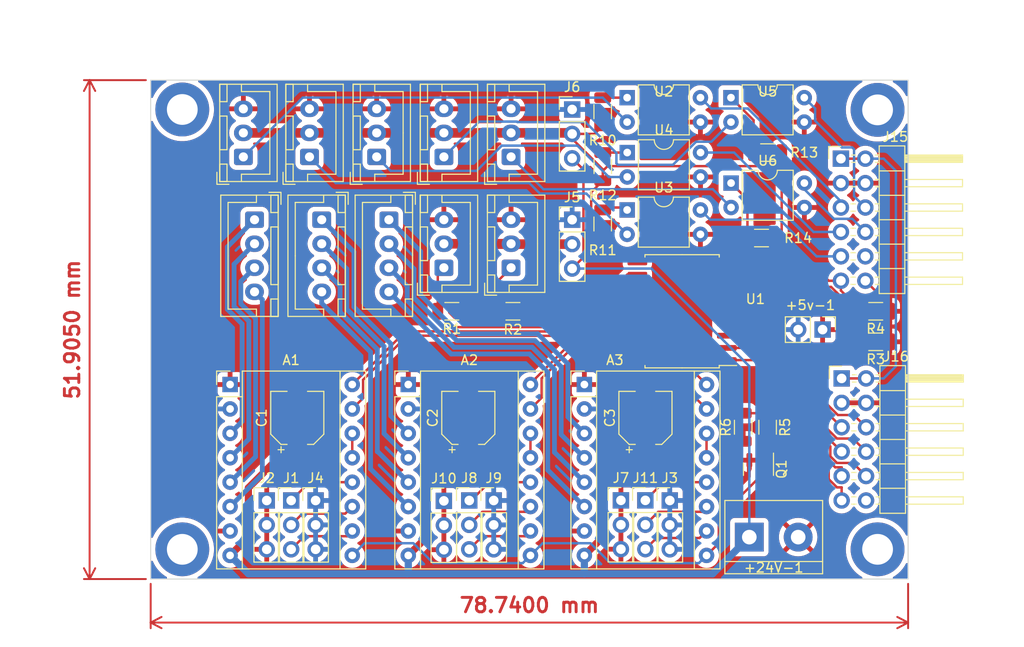
<source format=kicad_pcb>
(kicad_pcb (version 20221018) (generator pcbnew)
  (layers (0 "F.Cu" signal) (31 "B.Cu" signal) (34 "B.Paste" user) (35 "F.Paste" user) (36 "B.SilkS" user "B.Silkscreen") (37 "F.SilkS" user "F.Silkscreen") (38 "B.Mask" user) (39 "F.Mask" user) (44 "Edge.Cuts" user))
  (net 0 "")
  (net 1 "Net-(input1-Pin_1)")
  (net 2 "/input/power")
  (net 3 "gnd")
  (net 4 "Net-(input2-Pin_1)")
  (net 5 "Net-(input3-Pin_1)")
  (net 6 "Net-(input4-Pin_1)")
  (net 7 "Net-(input5-Pin_1)")
  (net 8 "12v")
  (net 9 "5v")
  (net 10 "Net-(R10-Pad1)")
  (net 11 "Net-(R11-Pad1)")
  (net 12 "Net-(R12-Pad1)")
  (net 13 "Net-(R13-Pad1)")
  (net 14 "Net-(R14-Pad1)")
  (net 15 "Net-(A1-1B)")
  (net 16 "Net-(A1-1A)")
  (net 17 "Net-(A1-2A)")
  (net 18 "Net-(A1-2B)")
  (net 19 "Net-(A1-MS1)")
  (net 20 "Net-(A1-MS2)")
  (net 21 "Net-(A1-MS3)")
  (net 22 "Net-(A1-~{RESET})")
  (net 23 "Net-(A2-1B)")
  (net 24 "Net-(A2-1A)")
  (net 25 "Net-(A2-2A)")
  (net 26 "Net-(A2-2B)")
  (net 27 "Net-(A2-MS1)")
  (net 28 "Net-(A2-MS2)")
  (net 29 "Net-(A2-MS3)")
  (net 30 "Net-(A2-~{RESET})")
  (net 31 "Net-(A3-1B)")
  (net 32 "Net-(A3-1A)")
  (net 33 "Net-(A3-2A)")
  (net 34 "Net-(A3-2B)")
  (net 35 "Net-(A3-MS1)")
  (net 36 "Net-(A3-MS2)")
  (net 37 "Net-(A3-MS3)")
  (net 38 "Net-(A3-~{RESET})")
  (net 41 "3v3")
  (net 42 "Net-(J5-Pin_2)")
  (net 43 "Net-(U1-O8)")
  (net 44 "Net-(Q1-B)")
  (net 46 "Net-(U1-O7)")
  (net 47 "in0")
  (net 48 "in1")
  (net 49 "in2")
  (net 50 "in3")
  (net 51 "in4")
  (net 52 "out1")
  (net 53 "/driver0/enable")
  (net 54 "/driver0/step")
  (net 55 "/driver0/dir")
  (net 56 "/driver1/dir")
  (net 57 "/driver1/step")
  (net 58 "/driver2/dir")
  (net 59 "/driver2/step")
  (net 60 "out0")
  (net 61 "step2")
  (net 62 "dir2")
  (net 63 "step1")
  (net 64 "dir1")
  (net 65 "step0")
  (net 66 "dir0")
  (net 67 "en")
  (footprint "Connector_JST:JST_XH_B4B-XH-A_1x04_P2.50mm_Vertical" (layer "F.Cu") (at 109.22 89.535 -90)
    (fp_text reference "stepper1" hide)
    (fp_text value "Conn_01x04" hide)
  )
  (footprint "Connector_JST:JST_XH_B4B-XH-A_1x04_P2.50mm_Vertical" (layer "F.Cu") (at 116.205 89.535 -90)
    (fp_text reference "stepper2" hide)
    (fp_text value "Conn_01x04" hide)
  )
  (footprint "MountingHole:MountingHole_3.2mm_M3_DIN965_Pad_TopBottom" (layer "F.Cu") (at 167.005 123.825)
    (fp_text reference "H4" hide)
    (fp_text value "MountingHole" hide)
  )
  (footprint "MountingHole:MountingHole_3.2mm_M3_DIN965_Pad_TopBottom" (layer "F.Cu") (at 167.005 78.105)
    (fp_text reference "H3" hide)
    (fp_text value "MountingHole" hide)
  )
  (footprint "Module:Pololu_Breakout-16_15.2x20.3mm" (layer "F.Cu") (at 118.22 106.68)
    (fp_text reference "A2")
    (fp_text value "Pololu_Breakout_A4988" hide)
  )
  (footprint "Package_DIP:DIP-4_W7.62mm" (layer "F.Cu") (at 151.765 76.835)
    (fp_text reference "U5")
    (fp_text value "PC817")
  )
  (footprint "Connector_PinHeader_2.54mm:PinHeader_1x03_P2.54mm_Vertical" (layer "F.Cu") (at 145.405 118.745)
    (fp_text reference "J3")
    (fp_text value "Conn_01x03" hide)
  )
  (footprint "Connector_PinHeader_2.54mm:PinHeader_1x03_P2.54mm_Vertical" (layer "F.Cu") (at 135.255 78.065)
    (fp_text reference "J6")
    (fp_text value "Conn_01x03" hide)
  )
  (footprint "MountingHole:MountingHole_3.2mm_M3_DIN965_Pad_TopBottom" (layer "F.Cu") (at 94.725 78.065)
    (fp_text reference "H1" hide)
    (fp_text value "MountingHole" hide)
  )
  (footprint "Connector_PinHeader_2.54mm:PinHeader_1x03_P2.54mm_Vertical" (layer "F.Cu") (at 142.865 118.73)
    (fp_text reference "J11")
    (fp_text value "Conn_01x03" hide)
  )
  (footprint "Module:Pololu_Breakout-16_15.2x20.3mm" (layer "F.Cu") (at 136.525 106.68)
    (fp_text reference "A3")
    (fp_text value "Pololu_Breakout_A4988" hide)
  )
  (footprint "Connector_JST:JST_XH_B3B-XH-A_1x03_P2.50mm_Vertical" (layer "F.Cu") (at 128.905 94.535 90)
    (fp_text reference "out2" hide)
    (fp_text value "Conn_01x03" hide)
  )
  (footprint "Connector_PinHeader_2.54mm:PinHeader_1x02_P2.54mm_Vertical" (layer "F.Cu") (at 161.29 100.965 -90)
    (fp_text reference "+5v-1")
    (fp_text value "Conn_01x02")
  )
  (footprint "Connector_PinHeader_2.54mm:PinHeader_1x03_P2.54mm_Vertical" (layer "F.Cu") (at 135.255 89.535)
    (fp_text reference "J5")
    (fp_text value "Conn_01x03" hide)
  )
  (footprint "Capacitor_SMD:CP_Elec_5x5.9" (layer "F.Cu") (at 124.46 110.15 90)
    (fp_text reference "C2")
    (fp_text value "C_Polarized" hide)
  )
  (footprint "Connector_JST:JST_XH_B3B-XH-A_1x03_P2.50mm_Vertical" (layer "F.Cu") (at 101.075 83 90)
    (fp_text reference "input1" hide)
    (fp_text value "Conn_01x03" hide)
  )
  (footprint "Package_DIP:DIP-4_W7.62mm" (layer "F.Cu") (at 140.97 88.515)
    (fp_text reference "U3")
    (fp_text value "PC817")
  )
  (footprint "Connector_PinHeader_2.54mm:PinHeader_1x03_P2.54mm_Vertical" (layer "F.Cu") (at 127.1 118.745)
    (fp_text reference "J9")
    (fp_text value "Conn_01x03" hide)
  )
  (footprint "MountingHole:MountingHole_3.2mm_M3_DIN965_Pad_TopBottom" (layer "F.Cu") (at 94.725 123.825)
    (fp_text reference "H2" hide)
    (fp_text value "MountingHole" hide)
  )
  (footprint "Capacitor_SMD:CP_Elec_5x5.9" (layer "F.Cu") (at 106.68 110.15 90)
    (fp_text reference "C1")
    (fp_text value "C_Polarized" hide)
  )
  (footprint "Connector_JST:JST_XH_B3B-XH-A_1x03_P2.50mm_Vertical" (layer "F.Cu") (at 107.95 83 90)
    (fp_text reference "input2" hide)
    (fp_text value "Conn_01x03" hide)
  )
  (footprint "Connector_JST:JST_XH_B3B-XH-A_1x03_P2.50mm_Vertical" (layer "F.Cu") (at 121.92 83 90)
    (fp_text reference "input4" hide)
    (fp_text value "Conn_01x03" hide)
  )
  (footprint "Connector_PinHeader_2.54mm:PinHeader_2x06_P2.54mm_Horizontal" (layer "F.Cu") (at 163.195 83.185)
    (fp_text reference "J15")
    (fp_text value "Conn_02x06_Odd_Even" hide)
  )
  (footprint "Package_TO_SOT_SMD:SOT-23" (layer "F.Cu") (at 154.625 115.4875 -90)
    (fp_text reference "Q1")
    (fp_text value "BC817")
  )
  (footprint "Connector_JST:JST_XH_B3B-XH-A_1x03_P2.50mm_Vertical" (layer "F.Cu") (at 114.935 83 90)
    (fp_text reference "input3" hide)
    (fp_text value "Conn_01x03" hide)
  )
  (footprint "Resistor_SMD:R_1206_3216Metric" (layer "F.Cu") (at 166.8125 99.06 180)
    (fp_text reference "R4")
    (fp_text value "R" hide)
  )
  (footprint "Package_DIP:DIP-4_W7.62mm" (layer "F.Cu") (at 140.97 76.835)
    (fp_text reference "U2")
    (fp_text value "PC817")
  )
  (footprint "Resistor_SMD:R_1206_3216Metric" (layer "F.Cu") (at 138.43 89.9775 -90)
    (fp_text reference "R11")
    (fp_text value "R" hide)
  )
  (footprint "Connector_PinHeader_2.54mm:PinHeader_1x03_P2.54mm_Vertical" (layer "F.Cu") (at 140.325 118.73)
    (fp_text reference "J7")
    (fp_text value "Conn_01x03" hide)
  )
  (footprint "Connector_PinHeader_2.54mm:PinHeader_1x03_P2.54mm_Vertical" (layer "F.Cu") (at 108.585 118.745)
    (fp_text reference "J4")
    (fp_text value "Conn_01x03" hide)
  )
  (footprint "Resistor_SMD:R_1206_3216Metric" (layer "F.Cu") (at 122.7475 99.06 180)
    (fp_text reference "R1")
    (fp_text value "R" hide)
  )
  (footprint "Connector_PinHeader_2.54mm:PinHeader_1x03_P2.54mm_Vertical" (layer "F.Cu") (at 106.045 118.745)
    (fp_text reference "J1")
    (fp_text value "Conn_01x03" hide)
  )
  (footprint "Package_DIP:DIP-4_W7.62mm" (layer "F.Cu") (at 140.98 82.545)
    (fp_text reference "U4")
    (fp_text value "PC817")
  )
  (footprint "Capacitor_SMD:CP_Elec_5x5.9" (layer "F.Cu") (at 142.875 110.15 90)
    (fp_text reference "C3")
    (fp_text value "C_Polarized" hide)
  )
  (footprint "Module:Pololu_Breakout-16_15.2x20.3mm" (layer "F.Cu") (at 99.695 106.68)
    (fp_text reference "A1")
    (fp_text value "Pololu_Breakout_A4988" hide)
  )
  (footprint "Connector_PinHeader_2.54mm:PinHeader_2x06_P2.54mm_Horizontal" (layer "F.Cu") (at 163.27 106.045)
    (fp_text reference "J16")
    (fp_text value "Conn_02x06_Odd_Even" hide)
  )
  (footprint "Resistor_SMD:R_1206_3216Metric" (layer "F.Cu") (at 155.575 82.55)
    (fp_text reference "R13")
    (fp_text value "R" hide)
  )
  (footprint "Package_SO:SOIC-18W_7.5x11.6mm_P1.27mm" (layer "F.Cu") (at 146.685 99.06 180)
    (fp_text reference "U1")
    (fp_text value "ULN2803A" hide)
  )
  (footprint "Connector_JST:JST_XH_B4B-XH-A_1x04_P2.50mm_Vertical" (layer "F.Cu") (at 102.235 89.535 -90)
    (fp_text reference "stepper4" hide)
    (fp_text value "Conn_01x04" hide)
  )
  (footprint "TerminalBlock:TerminalBlock_bornier-2_P5.08mm" (layer "F.Cu") (at 153.67 122.555)
    (fp_text reference "+24V-1")
    (fp_text value "Screw_Terminal_01x02" hide)
  )
  (footprint "Resistor_SMD:R_1206_3216Metric" (layer "F.Cu") (at 138.43 78.2975 -90)
    (fp_text reference "R10")
    (fp_text value "R" hide)
  )
  (footprint "Connector_PinHeader_2.54mm:PinHeader_1x03_P2.54mm_Vertical" (layer "F.Cu") (at 103.505 118.745)
    (fp_text reference "J2")
    (fp_text value "Conn_01x03" hide)
  )
  (footprint "Connector_JST:JST_XH_B3B-XH-A_1x03_P2.50mm_Vertical" (layer "F.Cu") (at 128.905 83 90)
    (fp_text reference "input5" hide)
    (fp_text value "Conn_01x03" hide)
  )
  (footprint "Resistor_SMD:R_1206_3216Metric" (layer "F.Cu") (at 129.0975 99.06)
    (fp_text reference "R2")
    (fp_text value "R" hide)
  )
  (footprint "Resistor_SMD:R_1206_3216Metric" (layer "F.Cu") (at 166.8125 102.235 180)
    (fp_text reference "R3")
    (fp_text value "R" hide)
  )
  (footprint "Package_DIP:DIP-4_W7.62mm" (layer "F.Cu") (at 151.775 85.72)
    (fp_text reference "U6")
    (fp_text value "PC817")
  )
  (footprint "Connector_JST:JST_XH_B3B-XH-A_1x03_P2.50mm_Vertical" (layer "F.Cu") (at 121.92 94.535 90)
    (fp_text reference "out1" hide)
    (fp_text value "Conn_01x03" hide)
  )
  (footprint "Resistor_SMD:R_1206_3216Metric" (layer "F.Cu") (at 155.575 111.125 -90)
    (fp_text reference "R5")
    (fp_text value "R")
  )
  (footprint "Resistor_SMD:R_1206_3216Metric" (layer "F.Cu") (at 138.44 84.0075 -90)
    (fp_text reference "R12")
    (fp_text value "R" hide)
  )
  (footprint "Resistor_SMD:R_1206_3216Metric" (layer "F.Cu") (at 154.94 91.44)
    (fp_text reference "R14")
    (fp_text value "R" hide)
  )
  (footprint "Connector_PinHeader_2.54mm:PinHeader_1x03_P2.54mm_Vertical" (layer "F.Cu") (at 124.56 118.745)
    (fp_text reference "J8")
    (fp_text value "Conn_01x03" hide)
  )
  (footprint "Resistor_SMD:R_1206_3216Metric" (layer "F.Cu") (at 153.035 111.125 90)
    (fp_text reference "R6")
    (fp_text value "R")
  )
  (footprint "Connector_PinHeader_2.54mm:PinHeader_1x03_P2.54mm_Vertical" (layer "F.Cu") (at 121.92 118.785)
    (fp_text reference "J10")
    (fp_text value "Conn_01x03" hide)
  )
  (gr_rect (start 91.44 75.0125) (end 170.18 126.9175) (stroke (width 0.1)) (fill none) (layer "Edge.Cuts"))
  (dimension (type aligned) (layer "F.Cu") (pts (xy 91.44 126.9175) (xy 170.18 126.9175)) (height 4.5275) (gr_text "78,7400 mm" (at 130.81 129.645) (layer "F.Cu") (effects (font (size 1.5 1.5) (thickness 0.3)))) (format (prefix "") (suffix "") (units 3) (units_format 1) (precision 4)) (style (thickness 0.2) (arrow_length 1.27) (text_position_mode 0) (extension_height 0.58642) (extension_offset 0.5) keep_text_aligned))
  (dimension (type aligned) (layer "F.Cu") (pts (xy 91.44 126.9175) (xy 91.44 75.0125)) (height -6.35) (gr_text "51,9050 mm" (at 83.29 100.965 90) (layer "F.Cu") (effects (font (size 1.5 1.5) (thickness 0.3)))) (format (prefix "") (suffix "") (units 3) (units_format 1) (precision 4)) (style (thickness 0.2) (arrow_length 1.27) (text_position_mode 0) (extension_height 0.58642) (extension_offset 0.5) keep_text_aligned))
  (segment (start 129.526701 76.835) (end 138.43 76.835) (width 0.25) (layer "B.Cu") (net 1))
  (segment (start 107.25 76.825) (end 129.516701 76.825) (width 0.25) (layer "B.Cu") (net 1))
  (segment (start 138.43 76.835) (end 140.97 79.375) (width 0.25) (layer "B.Cu") (net 1))
  (segment (start 129.516701 76.825) (end 129.526701 76.835) (width 0.25) (layer "B.Cu") (net 1))
  (segment (start 101.075 83) (end 107.25 76.825) (width 0.25) (layer "B.Cu") (net 1))
  (segment (start 157.0375 90.805) (end 157.0375 82.55) (width 0.25) (layer "F.Cu") (net 2))
  (segment (start 138.44 84.455) (end 138.44 84.295673) (width 0.25) (layer "F.Cu") (net 2))
  (segment (start 138.44 85.47) (end 138.44 84.455) (width 0.25) (layer "F.Cu") (net 2))
  (segment (start 101.075 80.5) (end 135.15 80.5) (width 1) (layer "F.Cu") (net 2))
  (segment (start 157.0375 82.55) (end 155.6275 83.96) (width 0.25) (layer "F.Cu") (net 2))
  (segment (start 138.935 83.96) (end 138.44 84.455) (width 0.25) (layer "F.Cu") (net 2))
  (segment (start 138.43 79.76) (end 137.585 80.605) (width 0.25) (layer "F.Cu") (net 2))
  (segment (start 135.255 81.110673) (end 135.255 80.605) (width 0.25) (layer "F.Cu") (net 2))
  (segment (start 138.43 91.44) (end 137.23 90.24) (width 0.25) (layer "F.Cu") (net 2))
  (segment (start 137.23 86.68) (end 138.44 85.47) (width 0.25) (layer "F.Cu") (net 2))
  (segment (start 156.4025 91.44) (end 157.0375 90.805) (width 0.25) (layer "F.Cu") (net 2))
  (segment (start 138.44 84.295673) (end 135.255 81.110673) (width 0.25) (layer "F.Cu") (net 2))
  (segment (start 137.585 80.605) (end 135.255 80.605) (width 0.25) (layer "F.Cu") (net 2))
  (segment (start 155.6275 83.96) (end 138.935 83.96) (width 0.25) (layer "F.Cu") (net 2))
  (segment (start 137.23 90.24) (end 137.23 86.68) (width 0.25) (layer "F.Cu") (net 2))
  (segment (start 135.15 80.5) (end 135.255 80.605) (width 0.25) (layer "F.Cu") (net 2))
  (segment (start 110.675 85.725) (end 130.81 85.725) (width 0.25) (layer "B.Cu") (net 4))
  (segment (start 130.81 85.725) (end 131.895 86.81) (width 0.25) (layer "B.Cu") (net 4))
  (segment (start 136.725 86.81) (end 140.97 91.055) (width 0.25) (layer "B.Cu") (net 4))
  (segment (start 131.895 86.81) (end 136.725 86.81) (width 0.25) (layer "B.Cu") (net 4))
  (segment (start 107.95 83) (end 110.675 85.725) (width 0.25) (layer "B.Cu") (net 4))
  (segment (start 140.975 85.09) (end 140.98 85.085) (width 0.25) (layer "B.Cu") (net 5))
  (segment (start 125.311827 84.455) (end 127.941827 81.825) (width 0.25) (layer "B.Cu") (net 5))
  (segment (start 127.941827 81.825) (end 135.8 81.825) (width 0.25) (layer "B.Cu") (net 5))
  (segment (start 114.935 83) (end 116.39 84.455) (width 0.25) (layer "B.Cu") (net 5))
  (segment (start 116.39 84.455) (end 125.311827 84.455) (width 0.25) (layer "B.Cu") (net 5))
  (segment (start 139.065 85.09) (end 140.975 85.09) (width 0.25) (layer "B.Cu") (net 5))
  (segment (start 135.8 81.825) (end 139.065 85.09) (width 0.25) (layer "B.Cu") (net 5))
  (segment (start 125.595 79.325) (end 129.516701 79.325) (width 0.25) (layer "B.Cu") (net 6))
  (segment (start 140.005 83.82) (end 145.734009 83.82) (width 0.25) (layer "B.Cu") (net 6))
  (segment (start 149.72 81.42) (end 151.765 79.375) (width 0.25) (layer "B.Cu") (net 6))
  (segment (start 145.734009 83.82) (end 148.134009 81.42) (width 0.25) (layer "B.Cu") (net 6))
  (segment (start 129.516701 79.325) (end 129.566701 79.375) (width 0.25) (layer "B.Cu") (net 6))
  (segment (start 139.855 83.67) (end 140.005 83.82) (width 0.25) (layer "B.Cu") (net 6))
  (segment (start 129.566701 79.375) (end 136.635 79.375) (width 0.25) (layer "B.Cu") (net 6))
  (segment (start 139.855 82.595) (end 139.855 83.67) (width 0.25) (layer "B.Cu") (net 6))
  (segment (start 121.92 83) (end 125.595 79.325) (width 0.25) (layer "B.Cu") (net 6))
  (segment (start 148.134009 81.42) (end 149.72 81.42) (width 0.25) (layer "B.Cu") (net 6))
  (segment (start 136.635 79.375) (end 139.855 82.595) (width 0.25) (layer "B.Cu") (net 6))
  (segment (start 149.875 86.36) (end 151.775 88.26) (width 0.25) (layer "B.Cu") (net 7))
  (segment (start 132.265 86.36) (end 149.875 86.36) (width 0.25) (layer "B.Cu") (net 7))
  (segment (start 128.905 83) (end 132.265 86.36) (width 0.25) (layer "B.Cu") (net 7))
  (segment (start 138.43 122.555) (end 136.525 124.46) (width 0.75) (layer "F.Cu") (net 8))
  (segment (start 101.6 117.43) (end 101.6 122.555) (width 0.75) (layer "F.Cu") (net 8))
  (segment (start 136.43 84.32) (end 136.43 93.44) (width 0.25) (layer "F.Cu") (net 8))
  (segment (start 120.015 116.795) (end 120.015 122.665) (width 0.75) (layer "F.Cu") (net 8))
  (segment (start 120.015 122.665) (end 118.22 124.46) (width 0.75) (layer "F.Cu") (net 8))
  (segment (start 135.255 83.145) (end 136.43 84.32) (width 0.25) (layer "F.Cu") (net 8))
  (segment (start 142.875 112.35) (end 138.43 116.795) (width 0.75) (layer "F.Cu") (net 8))
  (segment (start 136.43 93.44) (end 135.255 94.615) (width 0.25) (layer "F.Cu") (net 8))
  (segment (start 106.68 112.35) (end 101.6 117.43) (width 0.75) (layer "F.Cu") (net 8))
  (segment (start 124.46 112.35) (end 120.015 116.795) (width 0.75) (layer "F.Cu") (net 8))
  (segment (start 101.6 122.555) (end 99.695 124.46) (width 0.75) (layer "F.Cu") (net 8))
  (segment (start 138.43 116.795) (end 138.43 122.555) (width 0.75) (layer "F.Cu") (net 8))
  (segment (start 149.86 126.365) (end 136.525 126.365) (width 0.75) (layer "B.Cu") (net 8))
  (segment (start 101.6 126.365) (end 99.695 124.46) (width 0.75) (layer "B.Cu") (net 8))
  (segment (start 153.67 122.555) (end 149.86 126.365) (width 0.75) (layer "B.Cu") (net 8))
  (segment (start 118.22 126.255) (end 118.22 124.46) (width 0.75) (layer "B.Cu") (net 8))
  (segment (start 153.67 104.775) (end 153.67 122.555) (width 0.25) (layer "B.Cu") (net 8))
  (segment (start 118.11 126.365) (end 101.6 126.365) (width 0.75) (layer "B.Cu") (net 8))
  (segment (start 136.525 126.365) (end 118.11 126.365) (width 0.75) (layer "B.Cu") (net 8))
  (segment (start 118.11 126.365) (end 118.22 126.255) (width 0.25) (layer "B.Cu") (net 8))
  (segment (start 136.525 126.365) (end 136.525 124.46) (width 0.75) (layer "B.Cu") (net 8))
  (segment (start 135.255 94.615) (end 143.51 94.615) (width 0.25) (layer "B.Cu") (net 8))
  (segment (start 143.51 94.615) (end 153.67 104.775) (width 0.25) (layer "B.Cu") (net 8))
  (segment (start 140.97 76.835) (end 138.43 76.835) (width 0.25) (layer "F.Cu") (net 10))
  (segment (start 138.43 88.265) (end 140.97 88.265) (width 0.25) (layer "F.Cu") (net 11))
  (segment (start 138.43 82.55) (end 140.97 82.55) (width 0.25) (layer "F.Cu") (net 12))
  (segment (start 154.1125 79.1825) (end 154.1125 82.55) (width 0.25) (layer "F.Cu") (net 13))
  (segment (start 151.765 76.835) (end 154.1125 79.1825) (width 0.25) (layer "F.Cu") (net 13))
  (segment (start 153.4775 87.4225) (end 153.4775 91.44) (width 0.25) (layer "F.Cu") (net 14))
  (segment (start 151.775 85.72) (end 153.4775 87.4225) (width 0.25) (layer "F.Cu") (net 14))
  (segment (start 100.945 110.51) (end 100.945 100.3849) (width 0.5) (layer "B.Cu") (net 15))
  (segment (start 99.695 111.76) (end 100.945 110.51) (width 0.5) (layer "B.Cu") (net 15))
  (segment (start 99.41 98.849899) (end 99.41 92.36) (width 0.5) (layer "B.Cu") (net 15))
  (segment (start 99.41 92.36) (end 102.235 89.535) (width 0.5) (layer "B.Cu") (net 15))
  (segment (start 100.945 100.3849) (end 99.41 98.849899) (width 0.5) (layer "B.Cu") (net 15))
  (segment (start 101.645 112.35) (end 101.645 100.09495) (width 0.5) (layer "B.Cu") (net 16))
  (segment (start 99.695 114.3) (end 101.645 112.35) (width 0.5) (layer "B.Cu") (net 16))
  (segment (start 100.11 94.16) (end 102.235 92.035) (width 0.5) (layer "B.Cu") (net 16))
  (segment (start 101.645 100.09495) (end 100.11 98.55995) (width 0.5) (layer "B.Cu") (net 16))
  (segment (start 100.11 98.55995) (end 100.11 94.16) (width 0.5) (layer "B.Cu") (net 16))
  (segment (start 100.81 95.96) (end 102.235 94.535) (width 0.5) (layer "B.Cu") (net 17))
  (segment (start 102.345 114.19) (end 102.345 99.805) (width 0.5) (layer "B.Cu") (net 17))
  (segment (start 100.81 98.27) (end 100.81 95.96) (width 0.5) (layer "B.Cu") (net 17))
  (segment (start 99.695 116.84) (end 102.345 114.19) (width 0.5) (layer "B.Cu") (net 17))
  (segment (start 102.345 99.805) (end 100.81 98.27) (width 0.5) (layer "B.Cu") (net 17))
  (segment (start 103.045 116.03) (end 103.045 97.845) (width 0.5) (layer "B.Cu") (net 18))
  (segment (start 99.695 119.38) (end 103.045 116.03) (width 0.5) (layer "B.Cu") (net 18))
  (segment (start 103.045 97.845) (end 102.235 97.035) (width 0.5) (layer "B.Cu") (net 18))
  (segment (start 107.41 122.46) (end 106.045 123.825) (width 0.25) (layer "F.Cu") (net 19))
  (segment (start 111.855 122.46) (end 107.41 122.46) (width 0.25) (layer "F.Cu") (net 19))
  (segment (start 112.395 121.92) (end 111.855 122.46) (width 0.25) (layer "F.Cu") (net 19))
  (segment (start 112.395 119.38) (end 111.665 120.11) (width 0.25) (layer "F.Cu") (net 20))
  (segment (start 107.22 120.11) (end 106.045 121.285) (width 0.25) (layer "F.Cu") (net 20))
  (segment (start 111.665 120.11) (end 107.22 120.11) (width 0.25) (layer "F.Cu") (net 20))
  (segment (start 107.95 116.84) (end 106.045 118.745) (width 0.25) (layer "F.Cu") (net 21))
  (segment (start 112.395 116.84) (end 107.95 116.84) (width 0.25) (layer "F.Cu") (net 21))
  (segment (start 112.395 111.76) (end 112.395 114.3) (width 0.25) (layer "F.Cu") (net 22))
  (segment (start 112.572475 98.602475) (end 112.572475 92.887475) (width 0.5) (layer "B.Cu") (net 23))
  (segment (start 116.4 109.94) (end 116.4 102.43) (width 0.5) (layer "B.Cu") (net 23))
  (segment (start 112.572475 92.887475) (end 109.22 89.535) (width 0.5) (layer "B.Cu") (net 23))
  (segment (start 118.22 111.76) (end 116.4 109.94) (width 0.5) (layer "B.Cu") (net 23))
  (segment (start 116.4 102.43) (end 112.572475 98.602475) (width 0.5) (layer "B.Cu") (net 23))
  (segment (start 111.825 94.64) (end 109.22 92.035) (width 0.5) (layer "B.Cu") (net 24))
  (segment (start 115.7 111.78) (end 115.7 102.71995) (width 0.5) (layer "B.Cu") (net 24))
  (segment (start 118.22 114.3) (end 115.7 111.78) (width 0.5) (layer "B.Cu") (net 24))
  (segment (start 111.825 98.84495) (end 111.825 94.64) (width 0.5) (layer "B.Cu") (net 24))
  (segment (start 115.7 102.71995) (end 111.825 98.84495) (width 0.5) (layer "B.Cu") (net 24))
  (segment (start 111.125 99.134899) (end 111.125 96.44) (width 0.5) (layer "B.Cu") (net 25))
  (segment (start 115.045 113.665) (end 115 113.665) (width 0.5) (layer "B.Cu") (net 25))
  (segment (start 111.125 96.44) (end 109.22 94.535) (width 0.5) (layer "B.Cu") (net 25))
  (segment (start 115 103.0099) (end 111.125 99.134899) (width 0.5) (layer "B.Cu") (net 25))
  (segment (start 118.22 116.84) (end 115.045 113.665) (width 0.5) (layer "B.Cu") (net 25))
  (segment (start 115 113.665) (end 115 103.0099) (width 0.5) (layer "B.Cu") (net 25))
  (segment (start 118.22 119.38) (end 114.3 115.46) (width 0.5) (layer "B.Cu") (net 26))
  (segment (start 109.22 98.21985) (end 109.22 97.035) (width 0.5) (layer "B.Cu") (net 26))
  (segment (start 114.3 103.29985) (end 109.22 98.21985) (width 0.5) (layer "B.Cu") (net 26))
  (segment (start 114.3 115.46) (end 114.3 103.29985) (width 0.5) (layer "B.Cu") (net 26))
  (segment (start 130.92 121.92) (end 130.38 122.46) (width 0.25) (layer "F.Cu") (net 27))
  (segment (start 125.925 122.46) (end 124.56 123.825) (width 0.25) (layer "F.Cu") (net 27))
  (segment (start 130.38 122.46) (end 125.925 122.46) (width 0.25) (layer "F.Cu") (net 27))
  (segment (start 130.38 119.92) (end 125.925 119.92) (width 0.25) (layer "F.Cu") (net 28))
  (segment (start 125.925 119.92) (end 124.56 121.285) (width 0.25) (layer "F.Cu") (net 28))
  (segment (start 130.92 119.38) (end 130.38 119.92) (width 0.25) (layer "F.Cu") (net 28))
  (segment (start 130.92 116.84) (end 126.655 116.84) (width 0.25) (layer "F.Cu") (net 29))
  (segment (start 126.655 116.84) (end 124.75 118.745) (width 0.25) (layer "F.Cu") (net 29))
  (segment (start 130.92 111.76) (end 130.92 114.3) (width 0.25) (layer "F.Cu") (net 30))
  (segment (start 119.51 92.84) (end 116.205 89.535) (width 0.5) (layer "B.Cu") (net 31))
  (segment (start 131.679847 101.405) (end 123.54485 101.405) (width 0.5) (layer "B.Cu") (net 31))
  (segment (start 136.525 111.76) (end 134.815 110.05) (width 0.5) (layer "B.Cu") (net 31))
  (segment (start 134.815 110.05) (end 134.815 104.54015) (width 0.5) (layer "B.Cu") (net 31))
  (segment (start 123.54485 101.405) (end 119.51 97.37015) (width 0.5) (layer "B.Cu") (net 31))
  (segment (start 134.815 104.54015) (end 131.679847 101.405) (width 0.5) (layer "B.Cu") (net 31))
  (segment (start 119.51 97.37015) (end 119.51 92.84) (width 0.5) (layer "B.Cu") (net 31))
  (segment (start 131.389898 102.105) (end 123.2549 102.105) (width 0.5) (layer "B.Cu") (net 32))
  (segment (start 118.81 94.64) (end 116.205 92.035) (width 0.5) (layer "B.Cu") (net 32))
  (segment (start 136.525 114.3) (end 134.115 111.89) (width 0.5) (layer "B.Cu") (net 32))
  (segment (start 134.115 111.89) (end 134.115 104.8301) (width 0.5) (layer "B.Cu") (net 32))
  (segment (start 123.2549 102.105) (end 118.81 97.6601) (width 0.5) (layer "B.Cu") (net 32))
  (segment (start 118.81 97.6601) (end 118.81 94.64) (width 0.5) (layer "B.Cu") (net 32))
  (segment (start 134.115 104.8301) (end 131.389898 102.105) (width 0.5) (layer "B.Cu") (net 32))
  (segment (start 122.96495 102.805) (end 118.11 97.95005) (width 0.5) (layer "B.Cu") (net 33))
  (segment (start 133.415 113.73) (end 133.415 105.12005) (width 0.5) (layer "B.Cu") (net 33))
  (segment (start 136.525 116.84) (end 133.415 113.73) (width 0.5) (layer "B.Cu") (net 33))
  (segment (start 133.415 105.12005) (end 131.099949 102.805) (width 0.5) (layer "B.Cu") (net 33))
  (segment (start 118.11 97.95005) (end 118.11 96.44) (width 0.5) (layer "B.Cu") (net 33))
  (segment (start 131.099949 102.805) (end 122.96495 102.805) (width 0.5) (layer "B.Cu") (net 33))
  (segment (start 118.11 96.44) (end 116.205 94.535) (width 0.5) (layer "B.Cu") (net 33))
  (segment (start 130.81 103.505) (end 122.675 103.505) (width 0.5) (layer "B.Cu") (net 34))
  (segment (start 136.525 119.38) (end 132.715 115.57) (width 0.5) (layer "B.Cu") (net 34))
  (segment (start 132.715 115.57) (end 132.715 105.41) (width 0.5) (layer "B.Cu") (net 34))
  (segment (start 132.715 105.41) (end 130.81 103.505) (width 0.5) (layer "B.Cu") (net 34))
  (segment (start 122.675 103.505) (end 116.205 97.035) (width 0.5) (layer "B.Cu") (net 34))
  (segment (start 148.495 122.65) (end 144.025 122.65) (width 0.25) (layer "F.Cu") (net 35))
  (segment (start 144.025 122.65) (end 142.865 123.81) (width 0.25) (layer "F.Cu") (net 35))
  (segment (start 149.225 121.92) (end 148.495 122.65) (width 0.25) (layer "F.Cu") (net 35))
  (segment (start 149.225 119.38) (end 148.685 119.92) (width 0.25) (layer "F.Cu") (net 36))
  (segment (start 148.685 119.92) (end 144.215 119.92) (width 0.25) (layer "F.Cu") (net 36))
  (segment (start 144.215 119.92) (end 142.865 121.27) (width 0.25) (layer "F.Cu") (net 36))
  (segment (start 149.225 116.84) (end 144.755 116.84) (width 0.25) (layer "F.Cu") (net 37))
  (segment (start 144.755 116.84) (end 142.865 118.73) (width 0.25) (layer "F.Cu") (net 37))
  (segment (start 149.225 111.76) (end 149.225 114.3) (width 0.25) (layer "F.Cu") (net 38))
  (segment (start 163.27 106.045) (end 165.81 106.045) (width 0.25) (layer "F.Cu") (net 41))
  (segment (start 163.195 83.185) (end 165.735 83.185) (width 0.25) (layer "F.Cu") (net 41))
  (segment (start 167.64 106.045) (end 168.91 104.775) (width 0.25) (layer "B.Cu") (net 41))
  (segment (start 165.81 106.045) (end 167.64 106.045) (width 0.25) (layer "B.Cu") (net 41))
  (segment (start 167.64 83.185) (end 165.735 83.185) (width 0.25) (layer "B.Cu") (net 41))
  (segment (start 168.91 104.775) (end 168.91 84.455) (width 0.25) (layer "B.Cu") (net 41))
  (segment (start 168.91 84.455) (end 167.64 83.185) (width 0.25) (layer "B.Cu") (net 41))
  (segment (start 124.46 92.035) (end 126.365 92.035) (width 1) (layer "F.Cu") (net 42))
  (segment (start 126.365 92.035) (end 129.073503 92.035) (width 1) (layer "F.Cu") (net 42))
  (segment (start 124.21 99.06) (end 124.21 92.285) (width 0.25) (layer "F.Cu") (net 42))
  (segment (start 126.405 92.075) (end 131.445 92.075) (width 1) (layer "F.Cu") (net 42))
  (segment (start 131.445 92.075) (end 135.255 92.075) (width 1) (layer "F.Cu") (net 42))
  (segment (start 126.365 92.035) (end 126.405 92.075) (width 1) (layer "F.Cu") (net 42))
  (segment (start 124.21 92.285) (end 124.46 92.035) (width 0.25) (layer "F.Cu") (net 42))
  (segment (start 130.56 99.06) (end 130.56 92.96) (width 0.25) (layer "F.Cu") (net 42))
  (segment (start 121.92 92.035) (end 124.46 92.035) (width 1) (layer "F.Cu") (net 42))
  (segment (start 130.56 92.96) (end 131.445 92.075) (width 0.25) (layer "F.Cu") (net 42))
  (segment (start 127.635 99.06) (end 127.635 95.805) (width 0.25) (layer "F.Cu") (net 43))
  (segment (start 140.968604 95.25) (end 135.958604 100.26) (width 0.25) (layer "F.Cu") (net 43))
  (segment (start 128.835 100.26) (end 127.635 99.06) (width 0.25) (layer "F.Cu") (net 43))
  (segment (start 135.958604 100.26) (end 128.835 100.26) (width 0.25) (layer "F.Cu") (net 43))
  (segment (start 127.635 95.805) (end 128.905 94.535) (width 0.25) (layer "F.Cu") (net 43))
  (segment (start 142.035 95.25) (end 140.968604 95.25) (width 0.25) (layer "F.Cu") (net 43))
  (segment (start 155.575 113.03) (end 155.575 114.55) (width 0.25) (layer "F.Cu") (net 44))
  (segment (start 136.145 100.71) (end 122.935 100.71) (width 0.25) (layer "F.Cu") (net 46))
  (segment (start 142.035 96.52) (end 140.335 96.52) (width 0.25) (layer "F.Cu") (net 46))
  (segment (start 122.935 100.71) (end 121.285 99.06) (width 0.25) (layer "F.Cu") (net 46))
  (segment (start 140.335 96.52) (end 136.145 100.71) (width 0.25) (layer "F.Cu") (net 46))
  (segment (start 121.285 95.17) (end 121.92 94.535) (width 0.25) (layer "F.Cu") (net 46))
  (segment (start 121.285 99.06) (end 121.285 95.17) (width 0.25) (layer "F.Cu") (net 46))
  (segment (start 153.525 77.96) (end 149.715 77.96) (width 0.25) (layer "B.Cu") (net 47))
  (segment (start 163.195 88.265) (end 163.195 87.63) (width 0.25) (layer "B.Cu") (net 47))
  (segment (start 163.195 87.63) (end 153.525 77.96) (width 0.25) (layer "B.Cu") (net 47))
  (segment (start 149.715 77.96) (end 148.59 76.835) (width 0.25) (layer "B.Cu") (net 47))
  (segment (start 160.655 93.345) (end 156.845 89.535) (width 0.25) (layer "B.Cu") (net 48))
  (segment (start 156.845 89.535) (end 149.61 89.535) (width 0.25) (layer "B.Cu") (net 48))
  (segment (start 163.195 93.345) (end 160.655 93.345) (width 0.25) (layer "B.Cu") (net 48))
  (segment (start 149.61 89.535) (end 148.59 88.515) (width 0.25) (layer "B.Cu") (net 48))
  (segment (start 160.349009 90.805) (end 152.089009 82.545) (width 0.25) (layer "B.Cu") (net 49))
  (segment (start 152.089009 82.545) (end 148.6 82.545) (width 0.25) (layer "B.Cu") (net 49))
  (segment (start 163.195 90.805) (end 160.349009 90.805) (width 0.25) (layer "B.Cu") (net 49))
  (segment (start 165.735 88.265) (end 164.56 87.09) (width 0.25) (layer "B.Cu") (net 50))
  (segment (start 163.29 82.01) (end 160.51 79.23) (width 0.25) (layer "B.Cu") (net 50))
  (segment (start 164.37 82.01) (end 163.29 82.01) (width 0.25) (layer "B.Cu") (net 50))
  (segment (start 160.51 77.96) (end 159.385 76.835) (width 0.25) (layer "B.Cu") (net 50))
  (segment (start 164.56 87.09) (end 164.56 82.2) (width 0.25) (layer "B.Cu") (net 50))
  (segment (start 160.51 79.23) (end 160.51 77.96) (width 0.25) (layer "B.Cu") (net 50))
  (segment (start 164.56 82.2) (end 164.37 82.01) (width 0.25) (layer "B.Cu") (net 50))
  (segment (start 162.465 89.44) (end 159.395 86.37) (width 0.25) (layer "B.Cu") (net 51))
  (segment (start 165.735 90.805) (end 164.37 89.44) (width 0.25) (layer "B.Cu") (net 51))
  (segment (start 159.395 86.37) (end 159.395 85.72) (width 0.25) (layer "B.Cu") (net 51))
  (segment (start 164.37 89.44) (end 162.465 89.44) (width 0.25) (layer "B.Cu") (net 51))
  (segment (start 161.29 95.25) (end 151.335 95.25) (width 0.25) (layer "F.Cu") (net 52))
  (segment (start 165.35 99.06) (end 163.195 96.905) (width 0.25) (layer "F.Cu") (net 52))
  (segment (start 161.925 95.885) (end 161.29 95.25) (width 0.25) (layer "F.Cu") (net 52))
  (segment (start 163.195 96.905) (end 163.195 95.885) (width 0.25) (layer "F.Cu") (net 52))
  (segment (start 163.195 95.885) (end 161.925 95.885) (width 0.25) (layer "F.Cu") (net 52))
  (segment (start 150.495 123.19) (end 149.225 124.46) (width 0.25) (layer "F.Cu") (net 53))
  (segment (start 154.625 116.425) (end 150.495 120.555) (width 0.25) (layer "F.Cu") (net 53))
  (segment (start 150.495 120.555) (end 150.495 123.19) (width 0.25) (layer "F.Cu") (net 53))
  (segment (start 137.16 123.19) (end 132.19 123.19) (width 0.25) (layer "B.Cu") (net 53))
  (segment (start 113.665 123.19) (end 112.395 124.46) (width 0.25) (layer "B.Cu") (net 53))
  (segment (start 118.745 123.19) (end 113.665 123.19) (width 0.25) (layer "B.Cu") (net 53))
  (segment (start 132.19 123.19) (end 130.92 124.46) (width 0.25) (layer "B.Cu") (net 53))
  (segment (start 130.120001 125.259999) (end 120.814999 125.259999) (width 0.25) (layer "B.Cu") (net 53))
  (segment (start 148.425001 125.259999) (end 139.229999 125.259999) (width 0.25) (layer "B.Cu") (net 53))
  (segment (start 149.225 124.46) (end 148.425001 125.259999) (width 0.25) (layer "B.Cu") (net 53))
  (segment (start 130.92 124.46) (end 130.120001 125.259999) (width 0.25) (layer "B.Cu") (net 53))
  (segment (start 120.814999 125.259999) (end 118.745 123.19) (width 0.25) (layer "B.Cu") (net 53))
  (segment (start 139.229999 125.259999) (end 137.16 123.19) (width 0.25) (layer "B.Cu") (net 53))
  (segment (start 118.11 101.6) (end 113.52 106.19) (width 0.25) (layer "F.Cu") (net 54))
  (segment (start 113.52 108.095) (end 112.395 109.22) (width 0.25) (layer "F.Cu") (net 54))
  (segment (start 122.562208 101.61) (end 122.552208 101.6) (width 0.25) (layer "F.Cu") (net 54))
  (segment (start 122.552208 101.6) (end 118.11 101.6) (width 0.25) (layer "F.Cu") (net 54))
  (segment (start 139.067792 99.06) (end 136.517792 101.61) (width 0.25) (layer "F.Cu") (net 54))
  (segment (start 142.035 99.06) (end 139.067792 99.06) (width 0.25) (layer "F.Cu") (net 54))
  (segment (start 136.517792 101.61) (end 122.562208 101.61) (width 0.25) (layer "F.Cu") (net 54))
  (segment (start 113.52 106.19) (end 113.52 108.095) (width 0.25) (layer "F.Cu") (net 54))
  (segment (start 122.738604 101.15) (end 117.924302 101.15) (width 0.25) (layer "F.Cu") (net 55))
  (segment (start 142.035 97.79) (end 139.701396 97.79) (width 0.25) (layer "F.Cu") (net 55))
  (segment (start 117.924302 101.15) (end 112.395 106.679302) (width 0.25) (layer "F.Cu") (net 55))
  (segment (start 122.748604 101.16) (end 122.738604 101.15) (width 0.25) (layer "F.Cu") (net 55))
  (segment (start 136.331396 101.16) (end 122.748604 101.16) (width 0.25) (layer "F.Cu") (net 55))
  (segment (start 139.701396 97.79) (end 136.331396 101.16) (width 0.25) (layer "F.Cu") (net 55))
  (segment (start 112.395 106.679302) (end 112.395 106.68) (width 0.25) (layer "F.Cu") (net 55))
  (segment (start 131.445 106.043604) (end 131.445 106.155) (width 0.25) (layer "F.Cu") (net 56))
  (segment (start 131.445 106.155) (end 130.92 106.68) (width 0.25) (layer "F.Cu") (net 56))
  (segment (start 136.704188 102.06) (end 135.428604 102.06) (width 0.25) (layer "F.Cu") (net 56))
  (segment (start 135.428604 102.06) (end 131.445 106.043604) (width 0.25) (layer "F.Cu") (net 56))
  (segment (start 138.434188 100.33) (end 136.704188 102.06) (width 0.25) (layer "F.Cu") (net 56))
  (segment (start 142.035 100.33) (end 138.434188 100.33) (width 0.25) (layer "F.Cu") (net 56))
  (segment (start 132.08 106.045) (end 135.615 102.51) (width 0.25) (layer "F.Cu") (net 57))
  (segment (start 137.800584 101.6) (end 142.035 101.6) (width 0.25) (layer "F.Cu") (net 57))
  (segment (start 135.615 102.51) (end 136.890584 102.51) (width 0.25) (layer "F.Cu") (net 57))
  (segment (start 136.890584 102.51) (end 137.800584 101.6) (width 0.25) (layer "F.Cu") (net 57))
  (segment (start 132.08 108.06) (end 132.08 106.045) (width 0.25) (layer "F.Cu") (net 57))
  (segment (start 130.92 109.22) (end 132.08 108.06) (width 0.25) (layer "F.Cu") (net 57))
  (segment (start 145.415 102.87) (end 149.225 106.68) (width 0.25) (layer "F.Cu") (net 58))
  (segment (start 142.035 102.87) (end 145.415 102.87) (width 0.25) (layer "F.Cu") (net 58))
  (segment (start 146.685 106.68) (end 149.225 109.22) (width 0.25) (layer "F.Cu") (net 59))
  (segment (start 142.035 104.14) (end 144.78 104.14) (width 0.25) (layer "F.Cu") (net 59))
  (segment (start 144.78 104.14) (end 146.685 106.045) (width 0.25) (layer "F.Cu") (net 59))
  (segment (start 146.685 106.045) (end 146.685 106.68) (width 0.25) (layer "F.Cu") (net 59))
  (segment (start 163.83 98.176396) (end 162.745 97.091396) (width 0.25) (layer "F.Cu") (net 60))
  (segment (start 162.168299 96.52) (end 151.335 96.52) (width 0.25) (layer "F.Cu") (net 60))
  (segment (start 162.745 97.091396) (end 162.739695 97.091396) (width 0.25) (layer "F.Cu") (net 60))
  (segment (start 162.739695 97.091396) (end 162.168299 96.52) (width 0.25) (layer "F.Cu") (net 60))
  (segment (start 167.005 97.155) (end 165.735 95.885) (width 0.25) (layer "F.Cu") (net 60))
  (segment (start 165.35 102.235) (end 163.83 100.715) (width 0.25) (layer "F.Cu") (net 60))
  (segment (start 163.83 100.715) (end 163.83 98.176396) (width 0.25) (layer "F.Cu") (net 60))
  (segment (start 165.782837 102.235) (end 167.005 101.012837) (width 0.25) (layer "F.Cu") (net 60))
  (segment (start 165.35 102.235) (end 165.782837 102.235) (width 0.25) (layer "F.Cu") (net 60))
  (segment (start 167.005 101.012837) (end 167.005 97.155) (width 0.25) (layer "F.Cu") (net 60))
  (segment (start 162.596903 115.29) (end 161.645 114.338097) (width 0.25) (layer "F.Cu") (net 61))
  (segment (start 160.294302 111.962094) (end 160.294302 110.694886) (width 0.25) (layer "F.Cu") (net 61))
  (segment (start 161.645 114.338097) (end 161.645 113.312792) (width 0.25) (layer "F.Cu") (net 61))
  (segment (start 155.569416 104.14) (end 151.335 104.14) (width 0.25) (layer "F.Cu") (net 61))
  (segment (start 163.27 116.205) (end 163.27 115.29) (width 0.25) (layer "F.Cu") (net 61))
  (segment (start 159.135 109.535584) (end 159.135 107.705584) (width 0.25) (layer "F.Cu") (net 61))
  (segment (start 160.294302 110.694886) (end 159.135 109.535584) (width 0.25) (layer "F.Cu") (net 61))
  (segment (start 163.27 115.29) (end 162.596903 115.29) (width 0.25) (layer "F.Cu") (net 61))
  (segment (start 161.645 113.312792) (end 160.294302 111.962094) (width 0.25) (layer "F.Cu") (net 61))
  (segment (start 159.135 107.705584) (end 155.569416 104.14) (width 0.25) (layer "F.Cu") (net 61))
  (segment (start 165.81 116.205) (end 164.445 114.84) (width 0.25) (layer "F.Cu") (net 62))
  (segment (start 154.935812 102.87) (end 151.335 102.87) (width 0.25) (layer "F.Cu") (net 62))
  (segment (start 162.095 113.126396) (end 160.744302 111.775698) (width 0.25) (layer "F.Cu") (net 62))
  (segment (start 160.744302 111.775698) (end 160.744302 110.50849) (width 0.25) (layer "F.Cu") (net 62))
  (segment (start 159.585 107.519188) (end 154.935812 102.87) (width 0.25) (layer "F.Cu") (net 62))
  (segment (start 162.783299 114.84) (end 162.095 114.151701) (width 0.25) (layer "F.Cu") (net 62))
  (segment (start 159.585 109.349188) (end 159.585 107.519188) (width 0.25) (layer "F.Cu") (net 62))
  (segment (start 162.095 114.151701) (end 162.095 113.126396) (width 0.25) (layer "F.Cu") (net 62))
  (segment (start 164.445 114.84) (end 162.783299 114.84) (width 0.25) (layer "F.Cu") (net 62))
  (segment (start 160.744302 110.50849) (end 159.585 109.349188) (width 0.25) (layer "F.Cu") (net 62))
  (segment (start 161.194302 111.589302) (end 161.194302 110.322094) (width 0.25) (layer "F.Cu") (net 63))
  (segment (start 160.035 107.332792) (end 154.302208 101.6) (width 0.25) (layer "F.Cu") (net 63))
  (segment (start 154.302208 101.6) (end 151.335 101.6) (width 0.25) (layer "F.Cu") (net 63))
  (segment (start 161.194302 110.322094) (end 160.035 109.162792) (width 0.25) (layer "F.Cu") (net 63))
  (segment (start 163.27 113.665) (end 161.194302 111.589302) (width 0.25) (layer "F.Cu") (net 63))
  (segment (start 160.035 109.162792) (end 160.035 107.332792) (width 0.25) (layer "F.Cu") (net 63))
  (segment (start 153.668604 100.33) (end 151.335 100.33) (width 0.25) (layer "F.Cu") (net 64))
  (segment (start 160.485 108.976396) (end 160.485 107.146396) (width 0.25) (layer "F.Cu") (net 64))
  (segment (start 160.485 107.146396) (end 153.668604 100.33) (width 0.25) (layer "F.Cu") (net 64))
  (segment (start 164.445 112.3) (end 162.783299 112.3) (width 0.25) (layer "F.Cu") (net 64))
  (segment (start 165.81 113.665) (end 164.445 112.3) (width 0.25) (layer "F.Cu") (net 64))
  (segment (start 161.644302 110.135698) (end 160.485 108.976396) (width 0.25) (layer "F.Cu") (net 64))
  (segment (start 161.644302 111.161003) (end 161.644302 110.135698) (width 0.25) (layer "F.Cu") (net 64))
  (segment (start 162.783299 112.3) (end 161.644302 111.161003) (width 0.25) (layer "F.Cu") (net 64))
  (segment (start 160.935 108.79) (end 163.27 111.125) (width 0.25) (layer "F.Cu") (net 65))
  (segment (start 151.335 99.06) (end 153.035 99.06) (width 0.25) (layer "F.Cu") (net 65))
  (segment (start 153.035 99.06) (end 160.935 106.96) (width 0.25) (layer "F.Cu") (net 65))
  (segment (start 160.935 106.96) (end 160.935 108.79) (width 0.25) (layer "F.Cu") (net 65))
  (segment (start 161.385 108.361701) (end 162.878299 109.855) (width 0.25) (layer "F.Cu") (net 66))
  (segment (start 152.401396 97.79) (end 161.385 106.773604) (width 0.25) (layer "F.Cu") (net 66))
  (segment (start 151.335 97.79) (end 152.401396 97.79) (width 0.25) (layer "F.Cu") (net 66))
  (segment (start 164.54 109.855) (end 165.81 111.125) (width 0.25) (layer "F.Cu") (net 66))
  (segment (start 162.878299 109.855) (end 164.54 109.855) (width 0.25) (layer "F.Cu") (net 66))
  (segment (start 161.385 106.773604) (end 161.385 108.361701) (width 0.25) (layer "F.Cu") (net 66))
  (segment (start 161.195 113.499188) (end 161.195 114.524493) (width 0.25) (layer "F.Cu") (net 67))
  (segment (start 161.195 114.524493) (end 161.925 115.254493) (width 0.25) (layer "F.Cu") (net 67))
  (segment (start 155.575 109.6625) (end 158.65375 109.6625) (width 0.25) (layer "F.Cu") (net 67))
  (segment (start 158.685 109.72198) (end 159 110.03698) (width 0.25) (layer "F.Cu") (net 67))
  (segment (start 158.65375 109.6625) (end 158.685 109.69375) (width 0.25) (layer "F.Cu") (net 67))
  (segment (start 162.783299 117.38) (end 163.27 117.38) (width 0.25) (layer "F.Cu") (net 67))
  (segment (start 163.27 117.38) (end 163.27 118.745) (width 0.25) (layer "F.Cu") (net 67))
  (segment (start 159.844302 112.14849) (end 161.195 113.499188) (width 0.25) (layer "F.Cu") (net 67))
  (segment (start 161.925 116.521701) (end 162.783299 117.38) (width 0.25) (layer "F.Cu") (net 67))
  (segment (start 161.925 115.254493) (end 161.925 116.521701) (width 0.25) (layer "F.Cu") (net 67))
  (segment (start 153.035 109.6625) (end 155.575 109.6625) (width 0.25) (layer "F.Cu") (net 67))
  (segment (start 159 110.03698) (end 159 110.105) (width 0.25) (layer "F.Cu") (net 67))
  (segment (start 159.844302 110.949302) (end 159.844302 112.14849) (width 0.25) (layer "F.Cu") (net 67))
  (segment (start 158.685 109.69375) (end 158.685 109.72198) (width 0.25) (layer "F.Cu") (net 67))
  (segment (start 159 110.105) (end 159.844302 110.949302) (width 0.25) (layer "F.Cu") (net 67))
  (zone (net 3) (net_name "gnd") (layer "F.Cu") (priority 1) (connect_pads (clearance 0.5)) (min_thickness 0.25) (fill yes (thermal_gap 0.5) (thermal_bridge_width 0.5) (island_removal_mode 1) (island_area_min 10))
    (polygon (pts (xy 86.36 66.675) (xy 182.245 66.675) (xy 182.245 133.985) (xy 85.725 133.985)))
  )
  (zone (net 9) (net_name "5v") (layer "B.Cu") (connect_pads (clearance 0.5)) (min_thickness 0.25) (fill yes (thermal_gap 0.5) (thermal_bridge_width 0.5) (island_removal_mode 1) (island_area_min 10))
    (polygon (pts (xy 87.63 68.58) (xy 180.34 68.58) (xy 180.34 130.81) (xy 87.63 130.81)))
  )
)
</source>
